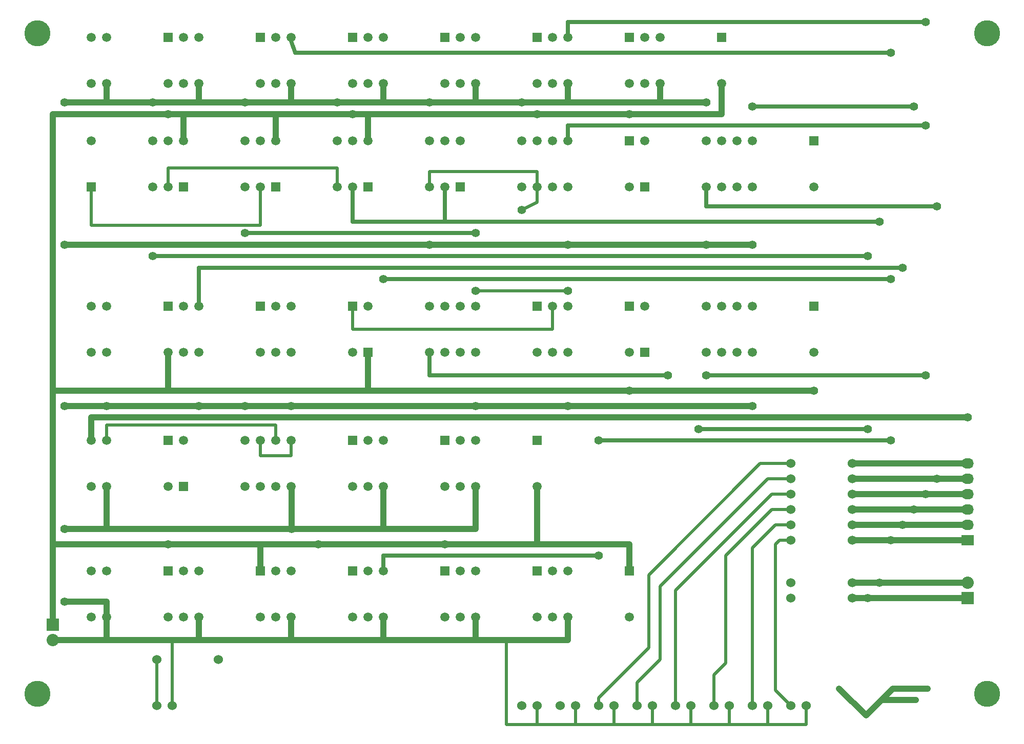
<source format=gtl>
G04 #@! TF.FileFunction,Copper,L1,Top,Signal*
%FSLAX46Y46*%
G04 Gerber Fmt 4.6, Leading zero omitted, Abs format (unit mm)*
G04 Created by KiCad (PCBNEW (2014-12-04 BZR 5312)-product) date 4/5/2015 3:12:32 PM*
%MOMM*%
G01*
G04 APERTURE LIST*
%ADD10C,0.100000*%
%ADD11C,1.524000*%
%ADD12R,2.032000X1.727200*%
%ADD13O,2.032000X1.727200*%
%ADD14R,2.032000X2.032000*%
%ADD15O,2.032000X2.032000*%
%ADD16C,1.500000*%
%ADD17R,1.500000X1.500000*%
%ADD18C,4.318000*%
%ADD19C,1.422400*%
%ADD20C,1.016000*%
%ADD21C,0.635000*%
%ADD22C,0.508000*%
%ADD23C,1.270000*%
G04 APERTURE END LIST*
D10*
D11*
X180657500Y-150812500D03*
X178117500Y-150812500D03*
X174307500Y-150812500D03*
X171767500Y-150812500D03*
X167957500Y-150812500D03*
X165417500Y-150812500D03*
X161607500Y-150812500D03*
X159067500Y-150812500D03*
X155257500Y-150812500D03*
X152717500Y-150812500D03*
X148907500Y-150812500D03*
X146367500Y-150812500D03*
X142557500Y-150812500D03*
X140017500Y-150812500D03*
X136207500Y-150812500D03*
X133667500Y-150812500D03*
X75882500Y-150812500D03*
X73342500Y-150812500D03*
D12*
X207327500Y-123507500D03*
D13*
X207327500Y-120967500D03*
X207327500Y-118427500D03*
X207327500Y-115887500D03*
X207327500Y-113347500D03*
X207327500Y-110807500D03*
D14*
X207327500Y-133032500D03*
D15*
X207327500Y-130492500D03*
D14*
X56197500Y-137477500D03*
D15*
X56197500Y-140017500D03*
D11*
X188277500Y-123507500D03*
X178117500Y-123507500D03*
X188277500Y-120967500D03*
X178117500Y-120967500D03*
X188277500Y-118427500D03*
X178117500Y-118427500D03*
X188277500Y-115887500D03*
X178117500Y-115887500D03*
X188277500Y-113347500D03*
X178117500Y-113347500D03*
X188277500Y-110807500D03*
X178117500Y-110807500D03*
X188277500Y-133032500D03*
X178117500Y-133032500D03*
X188277500Y-130492500D03*
X178117500Y-130492500D03*
X73342500Y-143192500D03*
X83502500Y-143192500D03*
D16*
X153987500Y-57467500D03*
X164147500Y-57467500D03*
X166687500Y-57467500D03*
X166687500Y-65087500D03*
D17*
X153987500Y-65087500D03*
D16*
X164147500Y-65087500D03*
X151447500Y-65087500D03*
X141287500Y-65087500D03*
X138747500Y-65087500D03*
X138747500Y-57467500D03*
D17*
X151447500Y-57467500D03*
D16*
X141287500Y-57467500D03*
X181927500Y-65087500D03*
X171767500Y-65087500D03*
X169227500Y-65087500D03*
X169227500Y-57467500D03*
D17*
X181927500Y-57467500D03*
D16*
X171767500Y-57467500D03*
X123507500Y-57467500D03*
X133667500Y-57467500D03*
X136207500Y-57467500D03*
X136207500Y-65087500D03*
D17*
X123507500Y-65087500D03*
D16*
X133667500Y-65087500D03*
X108267500Y-57467500D03*
X118427500Y-57467500D03*
X120967500Y-57467500D03*
X120967500Y-65087500D03*
D17*
X108267500Y-65087500D03*
D16*
X118427500Y-65087500D03*
X77787500Y-57467500D03*
X87947500Y-57467500D03*
X90487500Y-57467500D03*
X90487500Y-65087500D03*
D17*
X77787500Y-65087500D03*
D16*
X87947500Y-65087500D03*
X62547500Y-57467500D03*
X72707500Y-57467500D03*
X75247500Y-57467500D03*
X75247500Y-65087500D03*
D17*
X62547500Y-65087500D03*
D16*
X72707500Y-65087500D03*
X93027500Y-57467500D03*
X103187500Y-57467500D03*
X105727500Y-57467500D03*
X105727500Y-65087500D03*
D17*
X93027500Y-65087500D03*
D16*
X103187500Y-65087500D03*
X166687500Y-47942500D03*
X156527500Y-47942500D03*
X153987500Y-47942500D03*
X153987500Y-40322500D03*
D17*
X166687500Y-40322500D03*
D16*
X156527500Y-40322500D03*
X136207500Y-47942500D03*
X126047500Y-47942500D03*
X123507500Y-47942500D03*
X123507500Y-40322500D03*
D17*
X136207500Y-40322500D03*
D16*
X126047500Y-40322500D03*
X151447500Y-47942500D03*
X141287500Y-47942500D03*
X138747500Y-47942500D03*
X138747500Y-40322500D03*
D17*
X151447500Y-40322500D03*
D16*
X141287500Y-40322500D03*
X120967500Y-47942500D03*
X110807500Y-47942500D03*
X108267500Y-47942500D03*
X108267500Y-40322500D03*
D17*
X120967500Y-40322500D03*
D16*
X110807500Y-40322500D03*
X105727500Y-47942500D03*
X95567500Y-47942500D03*
X93027500Y-47942500D03*
X93027500Y-40322500D03*
D17*
X105727500Y-40322500D03*
D16*
X95567500Y-40322500D03*
X90487500Y-47942500D03*
X80327500Y-47942500D03*
X77787500Y-47942500D03*
X77787500Y-40322500D03*
D17*
X90487500Y-40322500D03*
D16*
X80327500Y-40322500D03*
X75247500Y-47942500D03*
X65087500Y-47942500D03*
X62547500Y-47942500D03*
X62547500Y-40322500D03*
D17*
X75247500Y-40322500D03*
D16*
X65087500Y-40322500D03*
X181927500Y-92392500D03*
X171767500Y-92392500D03*
X169227500Y-92392500D03*
X169227500Y-84772500D03*
D17*
X181927500Y-84772500D03*
D16*
X171767500Y-84772500D03*
X153987500Y-84772500D03*
X164147500Y-84772500D03*
X166687500Y-84772500D03*
X166687500Y-92392500D03*
D17*
X153987500Y-92392500D03*
D16*
X164147500Y-92392500D03*
X136207500Y-92392500D03*
X126047500Y-92392500D03*
X123507500Y-92392500D03*
X123507500Y-84772500D03*
D17*
X136207500Y-84772500D03*
D16*
X126047500Y-84772500D03*
X151447500Y-92392500D03*
X141287500Y-92392500D03*
X138747500Y-92392500D03*
X138747500Y-84772500D03*
D17*
X151447500Y-84772500D03*
D16*
X141287500Y-84772500D03*
X108267500Y-84772500D03*
X118427500Y-84772500D03*
X120967500Y-84772500D03*
X120967500Y-92392500D03*
D17*
X108267500Y-92392500D03*
D16*
X118427500Y-92392500D03*
X105727500Y-92392500D03*
X95567500Y-92392500D03*
X93027500Y-92392500D03*
X93027500Y-84772500D03*
D17*
X105727500Y-84772500D03*
D16*
X95567500Y-84772500D03*
X90487500Y-92392500D03*
X80327500Y-92392500D03*
X77787500Y-92392500D03*
X77787500Y-84772500D03*
D17*
X90487500Y-84772500D03*
D16*
X80327500Y-84772500D03*
X75247500Y-92392500D03*
X65087500Y-92392500D03*
X62547500Y-92392500D03*
X62547500Y-84772500D03*
D17*
X75247500Y-84772500D03*
D16*
X65087500Y-84772500D03*
X136207500Y-114617500D03*
X126047500Y-114617500D03*
X123507500Y-114617500D03*
X123507500Y-106997500D03*
D17*
X136207500Y-106997500D03*
D16*
X126047500Y-106997500D03*
X120967500Y-114617500D03*
X110807500Y-114617500D03*
X108267500Y-114617500D03*
X108267500Y-106997500D03*
D17*
X120967500Y-106997500D03*
D16*
X110807500Y-106997500D03*
X77787500Y-106997500D03*
X87947500Y-106997500D03*
X90487500Y-106997500D03*
X90487500Y-114617500D03*
D17*
X77787500Y-114617500D03*
D16*
X87947500Y-114617500D03*
X105727500Y-114617500D03*
X95567500Y-114617500D03*
X93027500Y-114617500D03*
X93027500Y-106997500D03*
D17*
X105727500Y-106997500D03*
D16*
X95567500Y-106997500D03*
X75247500Y-114617500D03*
X65087500Y-114617500D03*
X62547500Y-114617500D03*
X62547500Y-106997500D03*
D17*
X75247500Y-106997500D03*
D16*
X65087500Y-106997500D03*
X151447500Y-136207500D03*
X141287500Y-136207500D03*
X138747500Y-136207500D03*
X138747500Y-128587500D03*
D17*
X151447500Y-128587500D03*
D16*
X141287500Y-128587500D03*
X120967500Y-136207500D03*
X110807500Y-136207500D03*
X108267500Y-136207500D03*
X108267500Y-128587500D03*
D17*
X120967500Y-128587500D03*
D16*
X110807500Y-128587500D03*
X136207500Y-136207500D03*
X126047500Y-136207500D03*
X123507500Y-136207500D03*
X123507500Y-128587500D03*
D17*
X136207500Y-128587500D03*
D16*
X126047500Y-128587500D03*
X90487500Y-136207500D03*
X80327500Y-136207500D03*
X77787500Y-136207500D03*
X77787500Y-128587500D03*
D17*
X90487500Y-128587500D03*
D16*
X80327500Y-128587500D03*
X105727500Y-136207500D03*
X95567500Y-136207500D03*
X93027500Y-136207500D03*
X93027500Y-128587500D03*
D17*
X105727500Y-128587500D03*
D16*
X95567500Y-128587500D03*
X75247500Y-136207500D03*
X65087500Y-136207500D03*
X62547500Y-136207500D03*
X62547500Y-128587500D03*
D17*
X75247500Y-128587500D03*
D16*
X65087500Y-128587500D03*
D18*
X210502500Y-148907500D03*
X210502500Y-39687500D03*
X53657500Y-148907500D03*
X53657500Y-39687500D03*
D19*
X100012500Y-124142500D03*
X105727500Y-53022500D03*
X75247500Y-53022500D03*
X151447500Y-53022500D03*
X136207500Y-53022500D03*
X120967500Y-124142500D03*
X75247500Y-124142500D03*
X151447500Y-98742500D03*
X181927500Y-98742500D03*
X200342500Y-54927500D03*
X200342500Y-37782500D03*
X200342500Y-115887500D03*
X164147500Y-96202500D03*
X200372200Y-96203892D03*
X133667500Y-68897500D03*
X202247500Y-113347500D03*
X202247500Y-68262500D03*
X198437500Y-118427500D03*
X171767500Y-51752500D03*
X198437500Y-51752500D03*
X190817500Y-133032500D03*
X72707500Y-76517500D03*
X190817500Y-76517500D03*
X162877500Y-105092500D03*
X190817500Y-105092500D03*
X157797500Y-96202500D03*
X192722500Y-130492500D03*
X192722500Y-70802500D03*
X58102500Y-133667500D03*
X133667500Y-51117500D03*
X118427500Y-51117500D03*
X103187500Y-51117500D03*
X87947500Y-51117500D03*
X72707500Y-51117500D03*
X58102500Y-51117500D03*
X164147500Y-51117500D03*
X58102500Y-121602500D03*
X95631583Y-121601961D03*
X87947500Y-101282500D03*
X58102500Y-101282500D03*
X65087500Y-101282500D03*
X126047500Y-101282500D03*
X141287500Y-101282500D03*
X171767500Y-101282500D03*
X80327500Y-101282500D03*
X95567500Y-101282500D03*
X171767500Y-74612500D03*
X141287500Y-74612500D03*
X118427500Y-74612500D03*
X164147500Y-74612500D03*
X58102500Y-74612500D03*
X207327500Y-103187500D03*
X194627500Y-106997500D03*
X146367500Y-126047500D03*
X146367500Y-106997500D03*
X194627500Y-123507500D03*
X194627500Y-80327500D03*
X110807500Y-80327500D03*
X194627500Y-42862500D03*
X196532500Y-120967500D03*
X196532500Y-78422500D03*
X141287500Y-82232500D03*
X126047500Y-82232500D03*
X87947500Y-72707500D03*
X126047500Y-72707500D03*
D20*
X193072500Y-149907500D02*
X198787500Y-149907500D01*
X186087500Y-148002500D02*
X190532500Y-152447500D01*
X194977500Y-148002500D02*
X200692500Y-148002500D01*
X190532500Y-152447500D02*
X193072500Y-149907500D01*
X193072500Y-149907500D02*
X194977500Y-148002500D01*
X56197500Y-124142500D02*
X56197500Y-137477500D01*
X136207500Y-124142500D02*
X136207500Y-114617500D01*
X151447500Y-128587500D02*
X151447500Y-124142500D01*
X56197500Y-98742500D02*
X56197500Y-53022500D01*
X56197500Y-124142500D02*
X56197500Y-98742500D01*
X75247500Y-124142500D02*
X56197500Y-124142500D01*
X108267500Y-57467500D02*
X108267500Y-53022500D01*
X93027500Y-57467500D02*
X93027500Y-53022500D01*
X77787500Y-57467500D02*
X77787500Y-53022500D01*
X56197500Y-53022500D02*
X75247500Y-53022500D01*
X75247500Y-53022500D02*
X77787500Y-53022500D01*
X77787500Y-53022500D02*
X93027500Y-53022500D01*
X93027500Y-53022500D02*
X105727500Y-53022500D01*
X105727500Y-53022500D02*
X108267500Y-53022500D01*
X108267500Y-53022500D02*
X136207500Y-53022500D01*
X136207500Y-53022500D02*
X151447500Y-53022500D01*
X151447500Y-53022500D02*
X166687500Y-53022500D01*
X166687500Y-53022500D02*
X166687500Y-47942500D01*
X75247500Y-92392500D02*
X75247500Y-98742500D01*
X108267500Y-98742500D02*
X75247500Y-98742500D01*
X75247500Y-98742500D02*
X56197500Y-98742500D01*
X136207500Y-124142500D02*
X120967500Y-124142500D01*
X151447500Y-124142500D02*
X136207500Y-124142500D01*
X90487500Y-124142500D02*
X75247500Y-124142500D01*
X120967500Y-124142500D02*
X100012500Y-124142500D01*
X100012500Y-124142500D02*
X90487500Y-124142500D01*
X151447500Y-98742500D02*
X108267500Y-98742500D01*
X90487500Y-128587500D02*
X90487500Y-124142500D01*
X108267500Y-92392500D02*
X108267500Y-98742500D01*
X181927500Y-98742500D02*
X151447500Y-98742500D01*
D21*
X141287500Y-54927500D02*
X200342500Y-54927500D01*
X200342500Y-37782500D02*
X141287500Y-37782500D01*
X141287500Y-40322500D02*
X141287500Y-37782500D01*
D20*
X207327500Y-115887500D02*
X200342500Y-115887500D01*
X200342500Y-115887500D02*
X188277500Y-115887500D01*
D21*
X141287500Y-57467500D02*
X141287500Y-54927500D01*
X164147500Y-96202500D02*
X200372200Y-96203892D01*
D22*
X136207500Y-65087500D02*
X136207500Y-67627500D01*
X136207500Y-67627500D02*
X133667500Y-68897500D01*
X118427500Y-65087500D02*
X118427500Y-62547500D01*
X136207500Y-62547500D02*
X136207500Y-65087500D01*
X118427500Y-62547500D02*
X136207500Y-62547500D01*
D21*
X164147500Y-65087500D02*
X164147500Y-68262500D01*
X202247500Y-68262500D02*
X164147500Y-68262500D01*
D20*
X188277500Y-113347500D02*
X202247500Y-113347500D01*
X202247500Y-113347500D02*
X207327500Y-113347500D01*
D21*
X198437500Y-51752500D02*
X171767500Y-51752500D01*
D20*
X207327500Y-118427500D02*
X198437500Y-118427500D01*
X198437500Y-118427500D02*
X188277500Y-118427500D01*
X188277500Y-133032500D02*
X190817500Y-133032500D01*
X190817500Y-133032500D02*
X207327500Y-133032500D01*
D21*
X118427500Y-96202500D02*
X118427500Y-92392500D01*
X72707500Y-76517500D02*
X190817500Y-76517500D01*
X190817500Y-105092500D02*
X162877500Y-105092500D01*
X157797500Y-96202500D02*
X118427500Y-96202500D01*
X120967500Y-70802500D02*
X192722500Y-70802500D01*
D20*
X207327500Y-130492500D02*
X192722500Y-130492500D01*
X192722500Y-130492500D02*
X188277500Y-130492500D01*
D21*
X120967500Y-65087500D02*
X120967500Y-70802500D01*
X105727500Y-65087500D02*
X105727500Y-68897500D01*
X105727500Y-70802500D02*
X105727500Y-68897500D01*
X105727500Y-68897500D02*
X105727500Y-66357500D01*
X120967500Y-70802500D02*
X105727500Y-70802500D01*
D20*
X56197500Y-140017500D02*
X65722500Y-140017500D01*
X65087500Y-136207500D02*
X65087500Y-133667500D01*
X65087500Y-133667500D02*
X58102500Y-133667500D01*
X95631583Y-121601961D02*
X95631583Y-114681583D01*
X95631583Y-114681583D02*
X95567500Y-114617500D01*
X110807500Y-121602500D02*
X110807500Y-114617500D01*
X126047500Y-121602500D02*
X126047500Y-114617500D01*
X126047500Y-47942500D02*
X126047500Y-51117500D01*
X110807500Y-47942500D02*
X110807500Y-51117500D01*
X156527500Y-47942500D02*
X156527500Y-51117500D01*
X141287500Y-47942500D02*
X141287500Y-51117500D01*
X95567500Y-47942500D02*
X95567500Y-51117500D01*
X80327500Y-47942500D02*
X80327500Y-51117500D01*
X65087500Y-47942500D02*
X65087500Y-51117500D01*
X58102500Y-51117500D02*
X65087500Y-51117500D01*
X65087500Y-51117500D02*
X72707500Y-51117500D01*
X72707500Y-51117500D02*
X80327500Y-51117500D01*
X80327500Y-51117500D02*
X87947500Y-51117500D01*
X87947500Y-51117500D02*
X95567500Y-51117500D01*
X95567500Y-51117500D02*
X103187500Y-51117500D01*
X103187500Y-51117500D02*
X110807500Y-51117500D01*
X110807500Y-51117500D02*
X118427500Y-51117500D01*
X118427500Y-51117500D02*
X126047500Y-51117500D01*
X126047500Y-51117500D02*
X133667500Y-51117500D01*
X133667500Y-51117500D02*
X141287500Y-51117500D01*
X141287500Y-51117500D02*
X156527500Y-51117500D01*
X156527500Y-51117500D02*
X164147500Y-51117500D01*
D22*
X136207500Y-153987500D02*
X131127500Y-153987500D01*
X131127500Y-153987500D02*
X131127500Y-140017500D01*
X75882500Y-150812500D02*
X75882500Y-140017500D01*
X142557500Y-150812500D02*
X142557500Y-153987500D01*
X148907500Y-150812500D02*
X148907500Y-153987500D01*
X155257500Y-150812500D02*
X155257500Y-153987500D01*
X161607500Y-150812500D02*
X161607500Y-153987500D01*
X167957500Y-150812500D02*
X167957500Y-153987500D01*
X174307500Y-150812500D02*
X174307500Y-153987500D01*
X136207500Y-150812500D02*
X136207500Y-153987500D01*
X180657500Y-153987500D02*
X180657500Y-150812500D01*
X136207500Y-153987500D02*
X142557500Y-153987500D01*
X142557500Y-153987500D02*
X148907500Y-153987500D01*
X148907500Y-153987500D02*
X155257500Y-153987500D01*
X155257500Y-153987500D02*
X161607500Y-153987500D01*
X161607500Y-153987500D02*
X167957500Y-153987500D01*
X167957500Y-153987500D02*
X174307500Y-153987500D01*
X174307500Y-153987500D02*
X180657500Y-153987500D01*
D20*
X95567500Y-136207500D02*
X95567500Y-140017500D01*
X110807500Y-121602500D02*
X95631583Y-121601961D01*
X65087500Y-101282500D02*
X80327500Y-101282500D01*
X126047500Y-101282500D02*
X141287500Y-101282500D01*
X80327500Y-140017500D02*
X75882500Y-140017500D01*
X75882500Y-140017500D02*
X65722500Y-140017500D01*
X65722500Y-140017500D02*
X65087500Y-140017500D01*
X95567500Y-140017500D02*
X80327500Y-140017500D01*
X110807500Y-140017500D02*
X95567500Y-140017500D01*
X126047500Y-140017500D02*
X110807500Y-140017500D01*
X65087500Y-136207500D02*
X65087500Y-140017500D01*
X126047500Y-136207500D02*
X126047500Y-140017500D01*
X141287500Y-140017500D02*
X131127500Y-140017500D01*
X131127500Y-140017500D02*
X126047500Y-140017500D01*
X141287500Y-136207500D02*
X141287500Y-140017500D01*
X80327500Y-136207500D02*
X80327500Y-140017500D01*
X87947500Y-101282500D02*
X80327500Y-101282500D01*
X126047500Y-101282500D02*
X95567500Y-101282500D01*
X95567500Y-101282500D02*
X87947500Y-101282500D01*
X110807500Y-136207500D02*
X110807500Y-140017500D01*
D23*
X58103039Y-121601961D02*
X58102500Y-121602500D01*
D20*
X65087500Y-121601961D02*
X58103039Y-121601961D01*
X95631583Y-121601961D02*
X65087500Y-121601961D01*
X65087500Y-114617500D02*
X65087500Y-121601961D01*
X126047500Y-121602500D02*
X110807500Y-121602500D01*
X65087500Y-101282500D02*
X58102500Y-101282500D01*
X171767500Y-101282500D02*
X141287500Y-101282500D01*
X141287500Y-74612500D02*
X118427500Y-74612500D01*
X164147500Y-74612500D02*
X171767500Y-74612500D01*
X141287500Y-74612500D02*
X164147500Y-74612500D01*
X118427500Y-74612500D02*
X58102500Y-74612500D01*
X62547500Y-106997500D02*
X62547500Y-103187500D01*
X62547500Y-103187500D02*
X207327500Y-103187500D01*
X207327500Y-110807500D02*
X188277500Y-110807500D01*
D21*
X110807500Y-128587500D02*
X110807500Y-126047500D01*
X146367500Y-126047500D02*
X110807500Y-126047500D01*
X146367500Y-106997500D02*
X194627500Y-106997500D01*
D20*
X207327500Y-123507500D02*
X194627500Y-123507500D01*
X194627500Y-123507500D02*
X188277500Y-123507500D01*
D21*
X110807500Y-80327500D02*
X194627500Y-80327500D01*
X95567500Y-40322500D02*
X95567500Y-40957500D01*
X95567500Y-40957500D02*
X96202500Y-42862500D01*
X96202500Y-42862500D02*
X194627500Y-42862500D01*
D20*
X207327500Y-120967500D02*
X196532500Y-120967500D01*
X196532500Y-120967500D02*
X188277500Y-120967500D01*
D21*
X196532500Y-78422500D02*
X80327500Y-78422500D01*
X80327500Y-84772500D02*
X80327500Y-78422500D01*
D22*
X141287500Y-82232500D02*
X126047500Y-82232500D01*
D21*
X87947500Y-72707500D02*
X126047500Y-72707500D01*
D22*
X178117500Y-123507500D02*
X176212500Y-123507500D01*
X175577500Y-148272500D02*
X178117500Y-150812500D01*
X175577500Y-124142500D02*
X175577500Y-148272500D01*
X176212500Y-123507500D02*
X175577500Y-124142500D01*
X171767500Y-150812500D02*
X171767500Y-124777500D01*
X175577500Y-120967500D02*
X178117500Y-120967500D01*
X171767500Y-124777500D02*
X175577500Y-120967500D01*
X165417500Y-150812500D02*
X165417500Y-145732500D01*
X174942500Y-118427500D02*
X178117500Y-118427500D01*
X167322500Y-126047500D02*
X174942500Y-118427500D01*
X167322500Y-143827500D02*
X167322500Y-126047500D01*
X165417500Y-145732500D02*
X167322500Y-143827500D01*
X178117500Y-115887500D02*
X174942500Y-115887500D01*
X159067500Y-131762500D02*
X159067500Y-150812500D01*
X174942500Y-115887500D02*
X159067500Y-131762500D01*
X152717500Y-150812500D02*
X152717500Y-147002500D01*
X174307500Y-113347500D02*
X178117500Y-113347500D01*
X156527500Y-131127500D02*
X174307500Y-113347500D01*
X156527500Y-143192500D02*
X156527500Y-131127500D01*
X152717500Y-147002500D02*
X156527500Y-143192500D01*
X178117500Y-110807500D02*
X173037500Y-110807500D01*
X146367500Y-149542500D02*
X146367500Y-150812500D01*
X154622500Y-141287500D02*
X146367500Y-149542500D01*
X154622500Y-129222500D02*
X154622500Y-141287500D01*
X173037500Y-110807500D02*
X154622500Y-129222500D01*
X73342500Y-143192500D02*
X73342500Y-150812500D01*
X90487500Y-71437500D02*
X62547500Y-71437500D01*
X62547500Y-71437500D02*
X62547500Y-65087500D01*
X90487500Y-65087500D02*
X90487500Y-71437500D01*
X103187500Y-61912500D02*
X75247500Y-61912500D01*
X75247500Y-61912500D02*
X75247500Y-65087500D01*
X103187500Y-65087500D02*
X103187500Y-61912500D01*
X138747500Y-88582500D02*
X105727500Y-88582500D01*
X105727500Y-88582500D02*
X105727500Y-84772500D01*
X138747500Y-84772500D02*
X138747500Y-88582500D01*
X95567500Y-109537500D02*
X90487500Y-109537500D01*
X90487500Y-109537500D02*
X90487500Y-106997500D01*
X95567500Y-106997500D02*
X95567500Y-109537500D01*
X65087500Y-106997500D02*
X65087500Y-104457500D01*
X93027500Y-104457500D02*
X93027500Y-106997500D01*
X65087500Y-104457500D02*
X93027500Y-104457500D01*
M02*

</source>
